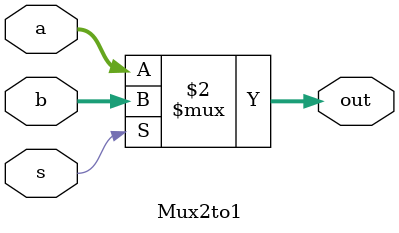
<source format=v>
module Mux2to1(a, b, s, out);
    input[31:0] a, b;
    input[0:0] s;

    output[31:0] out;

    assign out = ~s? a : b;
endmodule
</source>
